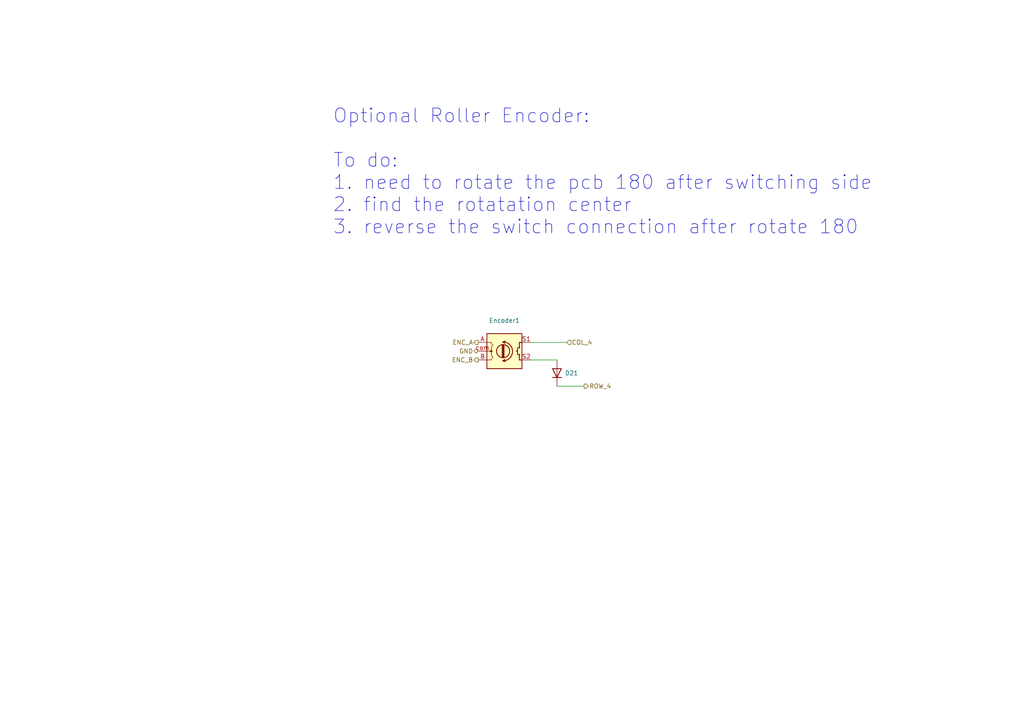
<source format=kicad_sch>
(kicad_sch (version 20211123) (generator eeschema)
  (paper "A4")
  (lib_symbols
    (symbol "mysymbol:1N4148W" (pin_numbers hide) (pin_names (offset 1.016) hide)
      (property "Reference" "D?" (at 2.54 1.2701 90))
      (symbol "1N4148W_0_1"
        (polyline (pts (xy -1.27 1.27) (xy -1.27 -1.27)) (stroke (width 0.254)))
        (polyline (pts (xy 1.27 0) (xy -1.27 0)))
        (polyline (pts (xy 1.27 1.27) (xy 1.27 -1.27) (xy -1.27 0) (xy 1.27 1.27)) (stroke (width 0.254)))
      )
      (symbol "1N4148W_1_1"
        (pin passive line (at -3.81 0 0) (length 2.54) (name "K") (number "1"))
        (pin passive line (at 3.81 0 180) (length 2.54) (name "A") (number "2"))
      )
    )
    (symbol "mysymbol:RotaryEncoder" (pin_names (offset 0.254) hide)
      (property "Reference" "SW?" (at 0 10.16 0))
      (property "Value" "RotaryEncoder" (at 0 7.62 0))
      (symbol "RotaryEncoder_0_1"
        (rectangle (start -5.08 5.08) (end 5.08 -5.08) (stroke (width 0.254)) (fill (type background)))
        (circle (center -3.81 0) (radius 0.254) (fill (type outline)))
        (arc (start -0.381 -2.794) (mid 2.3622 -0.0635) (end -0.381 2.667) (stroke (width 0.254)))
        (circle (center -0.381 0) (radius 1.905) (stroke (width 0.254)))
        (polyline (pts (xy -0.635 -1.778) (xy -0.635 1.778)) (stroke (width 0.254)))
        (polyline (pts (xy -0.381 -1.778) (xy -0.381 1.778)) (stroke (width 0.254)))
        (polyline (pts (xy -0.127 1.778) (xy -0.127 -1.778)) (stroke (width 0.254)))
        (polyline (pts (xy 3.81 0) (xy 3.429 0)) (stroke (width 0.254)))
        (polyline (pts (xy 3.81 1.016) (xy 3.81 -1.016)) (stroke (width 0.254)))
        (polyline (pts (xy -5.08 -2.54) (xy -3.81 -2.54) (xy -3.81 -2.032)))
        (polyline (pts (xy -5.08 2.54) (xy -3.81 2.54) (xy -3.81 2.032)))
        (polyline (pts (xy 0.254 -3.048) (xy -0.508 -2.794) (xy 0.127 -2.413)) (stroke (width 0.254)))
        (polyline (pts (xy 0.254 2.921) (xy -0.508 2.667) (xy 0.127 2.286)) (stroke (width 0.254)))
        (polyline (pts (xy 5.08 -2.54) (xy 4.318 -2.54) (xy 4.318 -1.016)) (stroke (width 0.254)))
        (polyline (pts (xy 5.08 2.54) (xy 4.318 2.54) (xy 4.318 1.016)) (stroke (width 0.254)))
        (polyline (pts (xy -5.08 0) (xy -3.81 0) (xy -3.81 -1.016) (xy -3.302 -2.032)))
        (polyline (pts (xy -4.318 0) (xy -3.81 0) (xy -3.81 1.016) (xy -3.302 2.032)))
        (circle (center 4.318 -1.016) (radius 0.127) (stroke (width 0.254)))
        (circle (center 4.318 1.016) (radius 0.127) (stroke (width 0.254)))
      )
      (symbol "RotaryEncoder_1_1"
        (pin passive line (at -7.62 2.54 0) (length 2.54) (name "A") (number "A"))
        (pin passive line (at -7.62 -2.54 0) (length 2.54) (name "B") (number "B"))
        (pin passive line (at 7.62 2.54 180) (length 2.54) (name "S1") (number "S1"))
        (pin passive line (at 7.62 -2.54 180) (length 2.54) (name "S2") (number "S2"))
        (pin passive line (at -7.62 0 0) (length 2.54) (name "COM") (number "com"))
      )
    )
  )
  (wire (pts (xy 161.544 112.014) (xy 169.418 112.014)))
  (wire (pts (xy 153.924 99.314) (xy 164.338 99.314)))
  (wire (pts (xy 161.544 104.394) (xy 153.924 104.394)))
  (text "Optional Roller Encoder:\n\nTo do:\n1. need to rotate the pcb 180 after switching side\n2. find the rotatation center\n3. reverse the switch connection after rotate 180\n" (at 96.4946 68.2752 0) (effects (font (size 4 4)) (justify left bottom)))
  (hierarchical_label "ENC_B" (shape output) (at 138.684 104.394 180))
  (hierarchical_label "ROW_4" (shape output) (at 169.418 112.014 0))
  (hierarchical_label "COL_4" (shape input) (at 164.338 99.314 0))
  (hierarchical_label "GND" (shape bidirectional) (at 138.684 101.854 180))
  (hierarchical_label "ENC_A" (shape output) (at 138.684 99.314 180))
  (symbol (lib_id "mysymbol:1N4148W") (at 161.544 108.204 90) (unit 1)
    (property "Reference" "D21" (at 163.83 108.2039 90) (effects (justify right)))
    (property "Value" "1N4148W" (effects hide))
    (property "Footprint" "mylib:Diode" (effects hide))
    (property "Datasheet" "https://www.vishay.com/docs/85748/1n4148w.pdf" (effects hide))
  )
  (symbol (lib_id "mysymbol:RotaryEncoder") (at 146.304 101.854 0) (unit 1)
    (property "Reference" "Encoder1" (at 146.304 92.964 0))
    (property "Value" "RotaryEncoder" (effects hide))
    (property "Footprint" "mylib:Panasonic_EVQWGD001_Latest" (effects hide))
  )
)
</source>
